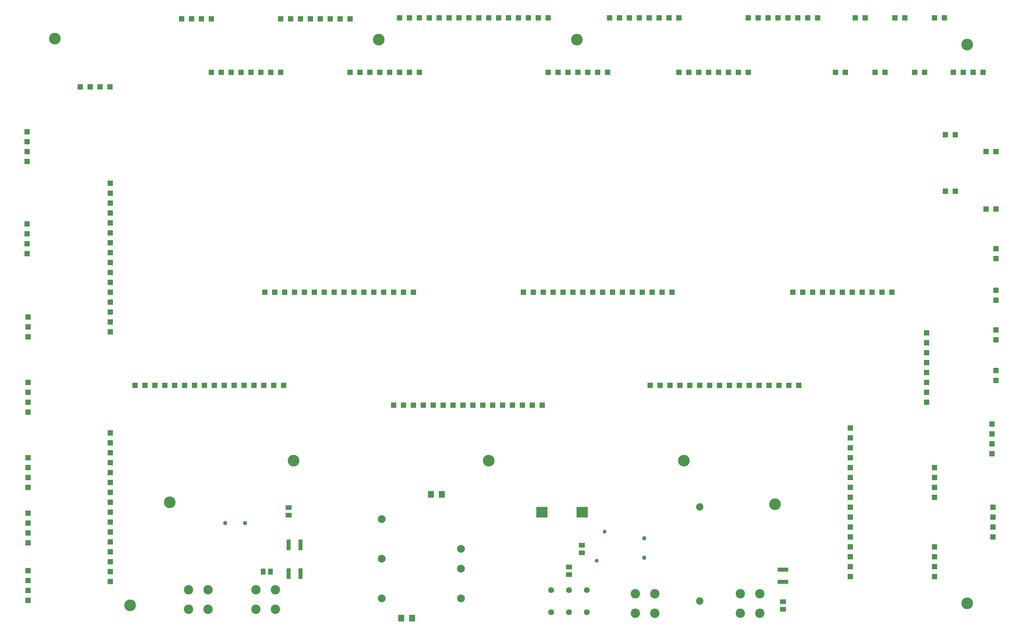
<source format=gts>
G04 (created by PCBNEW (2013-07-07 BZR 4022)-stable) date 3/30/2016 4:45:44 AM*
%MOIN*%
G04 Gerber Fmt 3.4, Leading zero omitted, Abs format*
%FSLAX34Y34*%
G01*
G70*
G90*
G04 APERTURE LIST*
%ADD10C,0.00590551*%
%ADD11C,0.11811*%
%ADD12R,0.055X0.055*%
%ADD13R,0.11811X0.110236*%
%ADD14C,0.0944882*%
%ADD15C,0.0787402*%
%ADD16C,0.0744094*%
%ADD17C,0.0433071*%
%ADD18R,0.063X0.071*%
%ADD19R,0.059X0.0512*%
%ADD20R,0.0512X0.059*%
%ADD21C,0.0393701*%
%ADD22R,0.0433071X0.110236*%
%ADD23R,0.110236X0.0433071*%
%ADD24C,0.0598425*%
G04 APERTURE END LIST*
G54D10*
G54D11*
X77400Y-29000D03*
G54D12*
X116400Y-32300D03*
X32800Y-63900D03*
X36800Y-63900D03*
X40800Y-63900D03*
X43800Y-63900D03*
X46800Y-63900D03*
X58900Y-65900D03*
X60900Y-65900D03*
X37800Y-63900D03*
X33800Y-63900D03*
X115400Y-32300D03*
X66900Y-65900D03*
X64900Y-65900D03*
X63900Y-65900D03*
X62900Y-65900D03*
X103500Y-32300D03*
X99700Y-26800D03*
X96700Y-26800D03*
X93700Y-32300D03*
X99800Y-63900D03*
X72000Y-54500D03*
X76000Y-54500D03*
X80000Y-54500D03*
X83000Y-54500D03*
X86000Y-54500D03*
X85800Y-63900D03*
X89800Y-63900D03*
X93800Y-63900D03*
X96800Y-63900D03*
X86700Y-26800D03*
X91700Y-32300D03*
X94700Y-26800D03*
X97700Y-26800D03*
X100700Y-26800D03*
X104500Y-32300D03*
X106500Y-26800D03*
X109500Y-26800D03*
X112500Y-32300D03*
X21900Y-39300D03*
X61500Y-26800D03*
X65500Y-26800D03*
X68500Y-26800D03*
X71500Y-26800D03*
X73500Y-26800D03*
X74500Y-32300D03*
X77500Y-32300D03*
X80700Y-26800D03*
X21900Y-40300D03*
X60500Y-32300D03*
X112700Y-58600D03*
X112700Y-60600D03*
X112700Y-62600D03*
X112700Y-64600D03*
X22000Y-76800D03*
X22000Y-73200D03*
X22000Y-66600D03*
X22000Y-63600D03*
X40500Y-32300D03*
X83700Y-26800D03*
X80500Y-32300D03*
X76500Y-32300D03*
X64500Y-26800D03*
X60500Y-26800D03*
X59500Y-32300D03*
X55500Y-32300D03*
X44500Y-32300D03*
X42500Y-32300D03*
X57900Y-54500D03*
X39500Y-26900D03*
X43500Y-32300D03*
X45500Y-32300D03*
X46500Y-32300D03*
X47500Y-26900D03*
X50500Y-26900D03*
X53500Y-26900D03*
X56500Y-32300D03*
X30300Y-54500D03*
X30300Y-55500D03*
X30300Y-68700D03*
X30300Y-69700D03*
X30300Y-72700D03*
X30300Y-73700D03*
X22000Y-84600D03*
X119300Y-70800D03*
X119300Y-68800D03*
X30250Y-33750D03*
X30300Y-53500D03*
X30300Y-52500D03*
X30300Y-51500D03*
X30300Y-49500D03*
X30300Y-46500D03*
X30300Y-44500D03*
X30300Y-43500D03*
X105000Y-68200D03*
X30300Y-83700D03*
X105000Y-82200D03*
X105000Y-81200D03*
X105000Y-79200D03*
X105000Y-77200D03*
X105000Y-76200D03*
X21900Y-50600D03*
X22000Y-59000D03*
X22000Y-65600D03*
X22000Y-72200D03*
X105000Y-83200D03*
X30300Y-81700D03*
X105000Y-80200D03*
X105000Y-78200D03*
X105000Y-75200D03*
X105000Y-74200D03*
X105000Y-71200D03*
X105000Y-70200D03*
X30300Y-45500D03*
X30300Y-47500D03*
X78000Y-54500D03*
X119700Y-59300D03*
X114600Y-44300D03*
X115600Y-38600D03*
X108200Y-54500D03*
X105200Y-54500D03*
X98800Y-63900D03*
X95800Y-63900D03*
X92800Y-63900D03*
X88800Y-63900D03*
X119700Y-62400D03*
X74000Y-54500D03*
X59900Y-54500D03*
X55900Y-54500D03*
X70900Y-65900D03*
X73900Y-65900D03*
X47900Y-54500D03*
X50900Y-54500D03*
X53900Y-54500D03*
X30300Y-50500D03*
X30300Y-79700D03*
X30300Y-77700D03*
X30300Y-76700D03*
X105000Y-73200D03*
X105000Y-72200D03*
X105000Y-69200D03*
X30300Y-58500D03*
X30300Y-48500D03*
X22000Y-57000D03*
X30300Y-56500D03*
X30300Y-57500D03*
X30300Y-70700D03*
X30300Y-71700D03*
X30300Y-74700D03*
X30300Y-75700D03*
X119400Y-77200D03*
X113500Y-74200D03*
X106200Y-54500D03*
X113500Y-80200D03*
X119400Y-78200D03*
X113500Y-75200D03*
X113500Y-72200D03*
X119700Y-58300D03*
X119700Y-46100D03*
X115600Y-44300D03*
X118700Y-40300D03*
X109200Y-54500D03*
X113500Y-82200D03*
X103200Y-54500D03*
X101200Y-54500D03*
X91800Y-63900D03*
X87800Y-63900D03*
X84800Y-63900D03*
X85000Y-54500D03*
X82000Y-54500D03*
X79000Y-54500D03*
X21900Y-49600D03*
X69500Y-26800D03*
X72500Y-26800D03*
X74500Y-26800D03*
X75500Y-32300D03*
X78500Y-32300D03*
X81700Y-26800D03*
X84700Y-26800D03*
X87700Y-26800D03*
X21900Y-47600D03*
X75000Y-54500D03*
X22000Y-58000D03*
X22000Y-64600D03*
X22000Y-71200D03*
X22000Y-74200D03*
X22000Y-77800D03*
X22000Y-79800D03*
X29250Y-33750D03*
X27250Y-33750D03*
X63500Y-26800D03*
X90700Y-32300D03*
X89700Y-32300D03*
X88700Y-32300D03*
X87700Y-32300D03*
X85700Y-26800D03*
X82700Y-26800D03*
X79500Y-32300D03*
X70500Y-26800D03*
X67500Y-26800D03*
X94700Y-32300D03*
X59500Y-26800D03*
X58500Y-32300D03*
X54500Y-32300D03*
X52500Y-26900D03*
X49500Y-26900D03*
X41500Y-32300D03*
X40500Y-26900D03*
X38500Y-26900D03*
X65900Y-65900D03*
X60900Y-54500D03*
X56900Y-54500D03*
X52900Y-54500D03*
X49900Y-54500D03*
X46900Y-54500D03*
X72900Y-65900D03*
X69900Y-65900D03*
X67900Y-65900D03*
X66500Y-26800D03*
X44800Y-63900D03*
X41800Y-63900D03*
X38800Y-63900D03*
X34800Y-63900D03*
X117400Y-32300D03*
X113500Y-26800D03*
X110500Y-26800D03*
X107500Y-32300D03*
X30300Y-80700D03*
X119700Y-51100D03*
X119700Y-50100D03*
X119700Y-55300D03*
X119700Y-54300D03*
X119700Y-63400D03*
X113500Y-73200D03*
X119400Y-76200D03*
X119400Y-79200D03*
X30300Y-78700D03*
X118700Y-46100D03*
X30300Y-82700D03*
X112700Y-65600D03*
X112700Y-63600D03*
X112700Y-61600D03*
X112700Y-59600D03*
X21900Y-38300D03*
X68900Y-65900D03*
X71900Y-65900D03*
X22000Y-85600D03*
X21900Y-48600D03*
X21900Y-41300D03*
X22000Y-82600D03*
X22000Y-78800D03*
X113500Y-81200D03*
X113500Y-83200D03*
X28250Y-33750D03*
X119300Y-67800D03*
X119300Y-69800D03*
X45900Y-54500D03*
X22000Y-83600D03*
X99200Y-54500D03*
X100200Y-54500D03*
X102200Y-54500D03*
X104200Y-54500D03*
X107200Y-54500D03*
X114600Y-38600D03*
X119700Y-40300D03*
X59900Y-65900D03*
X108500Y-32300D03*
X111500Y-32300D03*
X114500Y-26800D03*
X118400Y-32300D03*
X35800Y-63900D03*
X39800Y-63900D03*
X42800Y-63900D03*
X45800Y-63900D03*
X47800Y-63900D03*
X105500Y-26800D03*
X61900Y-65900D03*
X47500Y-32300D03*
X48500Y-26900D03*
X51500Y-26900D03*
X54500Y-26900D03*
X57500Y-32300D03*
X61500Y-32300D03*
X62500Y-26800D03*
X87000Y-54500D03*
X48900Y-54500D03*
X51900Y-54500D03*
X54900Y-54500D03*
X58900Y-54500D03*
X73000Y-54500D03*
X77000Y-54500D03*
X81000Y-54500D03*
X84000Y-54500D03*
X37500Y-26900D03*
X86800Y-63900D03*
X90800Y-63900D03*
X94800Y-63900D03*
X97800Y-63900D03*
X92700Y-32300D03*
X95700Y-26800D03*
X98700Y-26800D03*
X101700Y-26800D03*
G54D11*
X24700Y-28900D03*
X32300Y-86100D03*
X116800Y-85900D03*
X116800Y-29500D03*
X68500Y-71500D03*
X57400Y-29000D03*
G54D13*
X77927Y-76700D03*
X73872Y-76700D03*
G54D14*
X93900Y-86900D03*
X93900Y-84931D03*
X95868Y-84931D03*
X95868Y-86900D03*
X83300Y-86900D03*
X83300Y-84931D03*
X85268Y-84931D03*
X85268Y-86900D03*
X38200Y-86500D03*
X38200Y-84531D03*
X40168Y-84531D03*
X40168Y-86500D03*
X45000Y-86500D03*
X45000Y-84531D03*
X46968Y-84531D03*
X46968Y-86500D03*
G54D15*
X65700Y-82400D03*
X65700Y-80400D03*
X57700Y-77400D03*
X57700Y-81400D03*
X57700Y-85400D03*
X65700Y-85400D03*
G54D16*
X89800Y-85651D03*
X89800Y-76148D03*
G54D17*
X41915Y-77800D03*
X43884Y-77800D03*
X84200Y-81284D03*
X84200Y-79315D03*
G54D18*
X63750Y-74900D03*
X62650Y-74900D03*
X60750Y-87400D03*
X59650Y-87400D03*
G54D19*
X77900Y-80775D03*
X77900Y-80025D03*
X98200Y-85725D03*
X98200Y-86475D03*
X76600Y-82225D03*
X76600Y-82975D03*
G54D20*
X46475Y-82700D03*
X45725Y-82700D03*
G54D19*
X48300Y-76225D03*
X48300Y-76975D03*
G54D21*
X80187Y-78647D03*
X79400Y-81600D03*
G54D22*
X48289Y-80000D03*
X49510Y-80000D03*
X49510Y-82900D03*
X48289Y-82900D03*
G54D23*
X98200Y-83710D03*
X98200Y-82489D03*
G54D11*
X88200Y-71500D03*
X48800Y-71500D03*
X36300Y-75700D03*
X97400Y-75900D03*
G54D24*
X74788Y-84555D03*
X76600Y-84555D03*
X78411Y-84555D03*
X74788Y-86800D03*
X76600Y-86800D03*
X78411Y-86800D03*
M02*

</source>
